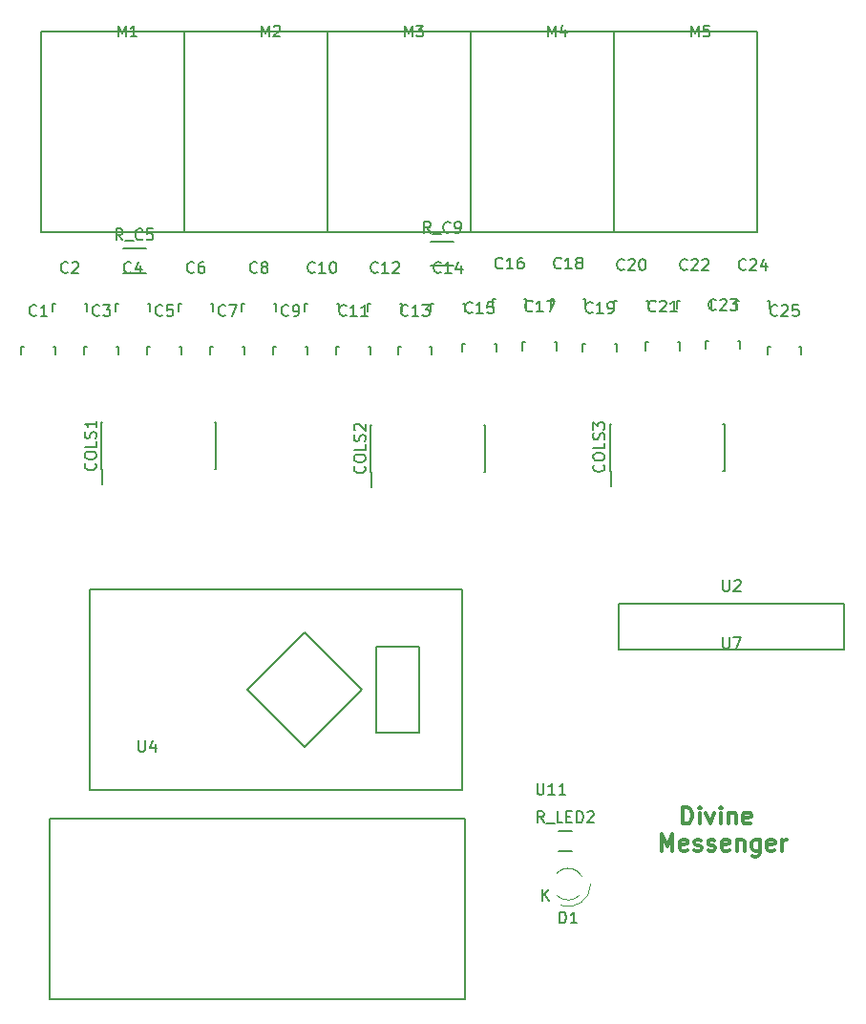
<source format=gbr>
G04 #@! TF.FileFunction,Legend,Top*
%FSLAX46Y46*%
G04 Gerber Fmt 4.6, Leading zero omitted, Abs format (unit mm)*
G04 Created by KiCad (PCBNEW 4.0.2+dfsg1-stable) date Pi  3. máj 2019, 19:30:47 CEST*
%MOMM*%
G01*
G04 APERTURE LIST*
%ADD10C,0.100000*%
%ADD11C,0.300000*%
%ADD12C,0.150000*%
G04 APERTURE END LIST*
D10*
D11*
X176260572Y-124192571D02*
X176260572Y-122692571D01*
X176617715Y-122692571D01*
X176832000Y-122764000D01*
X176974858Y-122906857D01*
X177046286Y-123049714D01*
X177117715Y-123335429D01*
X177117715Y-123549714D01*
X177046286Y-123835429D01*
X176974858Y-123978286D01*
X176832000Y-124121143D01*
X176617715Y-124192571D01*
X176260572Y-124192571D01*
X177760572Y-124192571D02*
X177760572Y-123192571D01*
X177760572Y-122692571D02*
X177689143Y-122764000D01*
X177760572Y-122835429D01*
X177832000Y-122764000D01*
X177760572Y-122692571D01*
X177760572Y-122835429D01*
X178332001Y-123192571D02*
X178689144Y-124192571D01*
X179046286Y-123192571D01*
X179617715Y-124192571D02*
X179617715Y-123192571D01*
X179617715Y-122692571D02*
X179546286Y-122764000D01*
X179617715Y-122835429D01*
X179689143Y-122764000D01*
X179617715Y-122692571D01*
X179617715Y-122835429D01*
X180332001Y-123192571D02*
X180332001Y-124192571D01*
X180332001Y-123335429D02*
X180403429Y-123264000D01*
X180546287Y-123192571D01*
X180760572Y-123192571D01*
X180903429Y-123264000D01*
X180974858Y-123406857D01*
X180974858Y-124192571D01*
X182260572Y-124121143D02*
X182117715Y-124192571D01*
X181832001Y-124192571D01*
X181689144Y-124121143D01*
X181617715Y-123978286D01*
X181617715Y-123406857D01*
X181689144Y-123264000D01*
X181832001Y-123192571D01*
X182117715Y-123192571D01*
X182260572Y-123264000D01*
X182332001Y-123406857D01*
X182332001Y-123549714D01*
X181617715Y-123692571D01*
X174367715Y-126592571D02*
X174367715Y-125092571D01*
X174867715Y-126164000D01*
X175367715Y-125092571D01*
X175367715Y-126592571D01*
X176653429Y-126521143D02*
X176510572Y-126592571D01*
X176224858Y-126592571D01*
X176082001Y-126521143D01*
X176010572Y-126378286D01*
X176010572Y-125806857D01*
X176082001Y-125664000D01*
X176224858Y-125592571D01*
X176510572Y-125592571D01*
X176653429Y-125664000D01*
X176724858Y-125806857D01*
X176724858Y-125949714D01*
X176010572Y-126092571D01*
X177296286Y-126521143D02*
X177439143Y-126592571D01*
X177724858Y-126592571D01*
X177867715Y-126521143D01*
X177939143Y-126378286D01*
X177939143Y-126306857D01*
X177867715Y-126164000D01*
X177724858Y-126092571D01*
X177510572Y-126092571D01*
X177367715Y-126021143D01*
X177296286Y-125878286D01*
X177296286Y-125806857D01*
X177367715Y-125664000D01*
X177510572Y-125592571D01*
X177724858Y-125592571D01*
X177867715Y-125664000D01*
X178510572Y-126521143D02*
X178653429Y-126592571D01*
X178939144Y-126592571D01*
X179082001Y-126521143D01*
X179153429Y-126378286D01*
X179153429Y-126306857D01*
X179082001Y-126164000D01*
X178939144Y-126092571D01*
X178724858Y-126092571D01*
X178582001Y-126021143D01*
X178510572Y-125878286D01*
X178510572Y-125806857D01*
X178582001Y-125664000D01*
X178724858Y-125592571D01*
X178939144Y-125592571D01*
X179082001Y-125664000D01*
X180367715Y-126521143D02*
X180224858Y-126592571D01*
X179939144Y-126592571D01*
X179796287Y-126521143D01*
X179724858Y-126378286D01*
X179724858Y-125806857D01*
X179796287Y-125664000D01*
X179939144Y-125592571D01*
X180224858Y-125592571D01*
X180367715Y-125664000D01*
X180439144Y-125806857D01*
X180439144Y-125949714D01*
X179724858Y-126092571D01*
X181082001Y-125592571D02*
X181082001Y-126592571D01*
X181082001Y-125735429D02*
X181153429Y-125664000D01*
X181296287Y-125592571D01*
X181510572Y-125592571D01*
X181653429Y-125664000D01*
X181724858Y-125806857D01*
X181724858Y-126592571D01*
X183082001Y-125592571D02*
X183082001Y-126806857D01*
X183010572Y-126949714D01*
X182939144Y-127021143D01*
X182796287Y-127092571D01*
X182582001Y-127092571D01*
X182439144Y-127021143D01*
X183082001Y-126521143D02*
X182939144Y-126592571D01*
X182653430Y-126592571D01*
X182510572Y-126521143D01*
X182439144Y-126449714D01*
X182367715Y-126306857D01*
X182367715Y-125878286D01*
X182439144Y-125735429D01*
X182510572Y-125664000D01*
X182653430Y-125592571D01*
X182939144Y-125592571D01*
X183082001Y-125664000D01*
X184367715Y-126521143D02*
X184224858Y-126592571D01*
X183939144Y-126592571D01*
X183796287Y-126521143D01*
X183724858Y-126378286D01*
X183724858Y-125806857D01*
X183796287Y-125664000D01*
X183939144Y-125592571D01*
X184224858Y-125592571D01*
X184367715Y-125664000D01*
X184439144Y-125806857D01*
X184439144Y-125949714D01*
X183724858Y-126092571D01*
X185082001Y-126592571D02*
X185082001Y-125592571D01*
X185082001Y-125878286D02*
X185153429Y-125735429D01*
X185224858Y-125664000D01*
X185367715Y-125592571D01*
X185510572Y-125592571D01*
D12*
X170594000Y-104712000D02*
X190594000Y-104712000D01*
X180594000Y-108712000D02*
X170594000Y-108712000D01*
X170594000Y-108712000D02*
X170594000Y-104712000D01*
X190594000Y-104712000D02*
X190594000Y-108712000D01*
X190594000Y-108712000D02*
X180594000Y-108712000D01*
X132080000Y-71755000D02*
X144780000Y-71755000D01*
X132080000Y-53975000D02*
X144780000Y-53975000D01*
X144780000Y-53975000D02*
X144780000Y-71755000D01*
X132080000Y-71755000D02*
X132080000Y-53975000D01*
X119380000Y-71755000D02*
X132080000Y-71755000D01*
X119380000Y-53975000D02*
X132080000Y-53975000D01*
X132080000Y-53975000D02*
X132080000Y-71755000D01*
X119380000Y-71755000D02*
X119380000Y-53975000D01*
X175792180Y-78536800D02*
X175792180Y-77835760D01*
X175792180Y-77835760D02*
X176041100Y-77835760D01*
X178591160Y-77835760D02*
X178791820Y-77835760D01*
X178791820Y-77835760D02*
X178791820Y-78536800D01*
X164616180Y-78409800D02*
X164616180Y-77708760D01*
X164616180Y-77708760D02*
X164865100Y-77708760D01*
X167415160Y-77708760D02*
X167615820Y-77708760D01*
X167615820Y-77708760D02*
X167615820Y-78409800D01*
X156742180Y-82346800D02*
X156742180Y-81645760D01*
X156742180Y-81645760D02*
X156991100Y-81645760D01*
X159541160Y-81645760D02*
X159741820Y-81645760D01*
X159741820Y-81645760D02*
X159741820Y-82346800D01*
X166462000Y-126605000D02*
X165262000Y-126605000D01*
X165262000Y-124855000D02*
X166462000Y-124855000D01*
D10*
X165100000Y-130540000D02*
X165100000Y-130540000D01*
X165100000Y-128540000D02*
X165100000Y-128540000D01*
X167360074Y-128897960D02*
G75*
G03X165100000Y-128540000I-1260074J-642040D01*
G01*
X167009039Y-128456649D02*
G75*
G03X165100000Y-128540000I-909039J-1083351D01*
G01*
X165415960Y-131419385D02*
G75*
G03X168100000Y-129540000I684040J1879385D01*
G01*
X165153706Y-130590966D02*
G75*
G03X167100000Y-130540000I946294J1050966D01*
G01*
D12*
X169804000Y-92880000D02*
X169909000Y-92880000D01*
X169804000Y-88730000D02*
X169909000Y-88730000D01*
X179954000Y-88730000D02*
X179849000Y-88730000D01*
X179954000Y-92880000D02*
X179849000Y-92880000D01*
X169804000Y-92880000D02*
X169804000Y-88730000D01*
X179954000Y-92880000D02*
X179954000Y-88730000D01*
X169909000Y-92880000D02*
X169909000Y-94255000D01*
X148595000Y-93007000D02*
X148700000Y-93007000D01*
X148595000Y-88857000D02*
X148700000Y-88857000D01*
X158745000Y-88857000D02*
X158640000Y-88857000D01*
X158745000Y-93007000D02*
X158640000Y-93007000D01*
X148595000Y-93007000D02*
X148595000Y-88857000D01*
X158745000Y-93007000D02*
X158745000Y-88857000D01*
X148700000Y-93007000D02*
X148700000Y-94382000D01*
X124719000Y-92753000D02*
X124824000Y-92753000D01*
X124719000Y-88603000D02*
X124824000Y-88603000D01*
X134869000Y-88603000D02*
X134764000Y-88603000D01*
X134869000Y-92753000D02*
X134764000Y-92753000D01*
X124719000Y-92753000D02*
X124719000Y-88603000D01*
X134869000Y-92753000D02*
X134869000Y-88603000D01*
X124824000Y-92753000D02*
X124824000Y-94128000D01*
X183793180Y-82600800D02*
X183793180Y-81899760D01*
X183793180Y-81899760D02*
X184042100Y-81899760D01*
X186592160Y-81899760D02*
X186792820Y-81899760D01*
X186792820Y-81899760D02*
X186792820Y-82600800D01*
X117626180Y-82600800D02*
X117626180Y-81899760D01*
X117626180Y-81899760D02*
X117875100Y-81899760D01*
X120425160Y-81899760D02*
X120625820Y-81899760D01*
X120625820Y-81899760D02*
X120625820Y-82600800D01*
X180999180Y-78536800D02*
X180999180Y-77835760D01*
X180999180Y-77835760D02*
X181248100Y-77835760D01*
X183798160Y-77835760D02*
X183998820Y-77835760D01*
X183998820Y-77835760D02*
X183998820Y-78536800D01*
X178332180Y-82092800D02*
X178332180Y-81391760D01*
X178332180Y-81391760D02*
X178581100Y-81391760D01*
X181131160Y-81391760D02*
X181331820Y-81391760D01*
X181331820Y-81391760D02*
X181331820Y-82092800D01*
X162076180Y-82219800D02*
X162076180Y-81518760D01*
X162076180Y-81518760D02*
X162325100Y-81518760D01*
X164875160Y-81518760D02*
X165075820Y-81518760D01*
X165075820Y-81518760D02*
X165075820Y-82219800D01*
X153948180Y-78790800D02*
X153948180Y-78089760D01*
X153948180Y-78089760D02*
X154197100Y-78089760D01*
X156747160Y-78089760D02*
X156947820Y-78089760D01*
X156947820Y-78089760D02*
X156947820Y-78790800D01*
X151027180Y-82600800D02*
X151027180Y-81899760D01*
X151027180Y-81899760D02*
X151276100Y-81899760D01*
X153826160Y-81899760D02*
X154026820Y-81899760D01*
X154026820Y-81899760D02*
X154026820Y-82600800D01*
X148360180Y-78790800D02*
X148360180Y-78089760D01*
X148360180Y-78089760D02*
X148609100Y-78089760D01*
X151159160Y-78089760D02*
X151359820Y-78089760D01*
X151359820Y-78089760D02*
X151359820Y-78790800D01*
X145566180Y-82600800D02*
X145566180Y-81899760D01*
X145566180Y-81899760D02*
X145815100Y-81899760D01*
X148365160Y-81899760D02*
X148565820Y-81899760D01*
X148565820Y-81899760D02*
X148565820Y-82600800D01*
X142772180Y-78790800D02*
X142772180Y-78089760D01*
X142772180Y-78089760D02*
X143021100Y-78089760D01*
X145571160Y-78089760D02*
X145771820Y-78089760D01*
X145771820Y-78089760D02*
X145771820Y-78790800D01*
X139978180Y-82600800D02*
X139978180Y-81899760D01*
X139978180Y-81899760D02*
X140227100Y-81899760D01*
X142777160Y-81899760D02*
X142977820Y-81899760D01*
X142977820Y-81899760D02*
X142977820Y-82600800D01*
X137184180Y-78790800D02*
X137184180Y-78089760D01*
X137184180Y-78089760D02*
X137433100Y-78089760D01*
X139983160Y-78089760D02*
X140183820Y-78089760D01*
X140183820Y-78089760D02*
X140183820Y-78790800D01*
X134390180Y-82600800D02*
X134390180Y-81899760D01*
X134390180Y-81899760D02*
X134639100Y-81899760D01*
X137189160Y-81899760D02*
X137389820Y-81899760D01*
X137389820Y-81899760D02*
X137389820Y-82600800D01*
X128802180Y-82600800D02*
X128802180Y-81899760D01*
X128802180Y-81899760D02*
X129051100Y-81899760D01*
X131601160Y-81899760D02*
X131801820Y-81899760D01*
X131801820Y-81899760D02*
X131801820Y-82600800D01*
X126008180Y-78790800D02*
X126008180Y-78089760D01*
X126008180Y-78089760D02*
X126257100Y-78089760D01*
X128807160Y-78089760D02*
X129007820Y-78089760D01*
X129007820Y-78089760D02*
X129007820Y-78790800D01*
X123214180Y-82600800D02*
X123214180Y-81899760D01*
X123214180Y-81899760D02*
X123463100Y-81899760D01*
X126013160Y-81899760D02*
X126213820Y-81899760D01*
X126213820Y-81899760D02*
X126213820Y-82600800D01*
X120420180Y-78790800D02*
X120420180Y-78089760D01*
X120420180Y-78089760D02*
X120669100Y-78089760D01*
X123219160Y-78089760D02*
X123419820Y-78089760D01*
X123419820Y-78089760D02*
X123419820Y-78790800D01*
X131596180Y-78790800D02*
X131596180Y-78089760D01*
X131596180Y-78089760D02*
X131845100Y-78089760D01*
X134395160Y-78089760D02*
X134595820Y-78089760D01*
X134595820Y-78089760D02*
X134595820Y-78790800D01*
X172998180Y-82219800D02*
X172998180Y-81518760D01*
X172998180Y-81518760D02*
X173247100Y-81518760D01*
X175797160Y-81518760D02*
X175997820Y-81518760D01*
X175997820Y-81518760D02*
X175997820Y-82219800D01*
X170204180Y-78536800D02*
X170204180Y-77835760D01*
X170204180Y-77835760D02*
X170453100Y-77835760D01*
X173003160Y-77835760D02*
X173203820Y-77835760D01*
X173203820Y-77835760D02*
X173203820Y-78536800D01*
X170180000Y-71755000D02*
X182880000Y-71755000D01*
X170180000Y-53975000D02*
X182880000Y-53975000D01*
X182880000Y-53975000D02*
X182880000Y-71755000D01*
X170180000Y-71755000D02*
X170180000Y-53975000D01*
X144780000Y-71755000D02*
X157480000Y-71755000D01*
X144780000Y-53975000D02*
X157480000Y-53975000D01*
X157480000Y-53975000D02*
X157480000Y-71755000D01*
X144780000Y-71755000D02*
X144780000Y-53975000D01*
X157480000Y-71755000D02*
X170180000Y-71755000D01*
X157480000Y-53975000D02*
X170180000Y-53975000D01*
X170180000Y-53975000D02*
X170180000Y-71755000D01*
X157480000Y-71755000D02*
X157480000Y-53975000D01*
X159409180Y-78409800D02*
X159409180Y-77708760D01*
X159409180Y-77708760D02*
X159658100Y-77708760D01*
X162208160Y-77708760D02*
X162408820Y-77708760D01*
X162408820Y-77708760D02*
X162408820Y-78409800D01*
X167410180Y-82346800D02*
X167410180Y-81645760D01*
X167410180Y-81645760D02*
X167659100Y-81645760D01*
X170209160Y-81645760D02*
X170409820Y-81645760D01*
X170409820Y-81645760D02*
X170409820Y-82346800D01*
X155940000Y-74735000D02*
X153940000Y-74735000D01*
X153940000Y-72585000D02*
X155940000Y-72585000D01*
X128635000Y-75370000D02*
X126635000Y-75370000D01*
X126635000Y-73220000D02*
X128635000Y-73220000D01*
X138938000Y-110998000D02*
X137668000Y-112268000D01*
X137668000Y-112268000D02*
X142748000Y-117348000D01*
X142748000Y-117348000D02*
X147828000Y-112268000D01*
X147828000Y-112268000D02*
X142748000Y-107188000D01*
X142748000Y-107188000D02*
X138938000Y-110998000D01*
X152908000Y-116078000D02*
X149098000Y-116078000D01*
X149098000Y-116078000D02*
X149098000Y-108458000D01*
X149098000Y-108458000D02*
X150368000Y-108458000D01*
X152908000Y-116078000D02*
X152908000Y-108458000D01*
X152908000Y-108458000D02*
X150368000Y-108458000D01*
X123698000Y-103378000D02*
X123698000Y-121158000D01*
X123698000Y-121158000D02*
X156718000Y-121158000D01*
X156718000Y-121158000D02*
X156718000Y-103378000D01*
X156718000Y-103378000D02*
X123698000Y-103378000D01*
X120142000Y-123698000D02*
X120142000Y-139700000D01*
X156972000Y-138938000D02*
X156972000Y-139700000D01*
X156972000Y-139700000D02*
X120142000Y-139700000D01*
X120142000Y-123698000D02*
X156972000Y-123698000D01*
X156972000Y-123698000D02*
X156972000Y-138938000D01*
X179832095Y-107664381D02*
X179832095Y-108473905D01*
X179879714Y-108569143D01*
X179927333Y-108616762D01*
X180022571Y-108664381D01*
X180213048Y-108664381D01*
X180308286Y-108616762D01*
X180355905Y-108569143D01*
X180403524Y-108473905D01*
X180403524Y-107664381D01*
X180784476Y-107664381D02*
X181451143Y-107664381D01*
X181022571Y-108664381D01*
X179832095Y-102568381D02*
X179832095Y-103377905D01*
X179879714Y-103473143D01*
X179927333Y-103520762D01*
X180022571Y-103568381D01*
X180213048Y-103568381D01*
X180308286Y-103520762D01*
X180355905Y-103473143D01*
X180403524Y-103377905D01*
X180403524Y-102568381D01*
X180832095Y-102663619D02*
X180879714Y-102616000D01*
X180974952Y-102568381D01*
X181213048Y-102568381D01*
X181308286Y-102616000D01*
X181355905Y-102663619D01*
X181403524Y-102758857D01*
X181403524Y-102854095D01*
X181355905Y-102996952D01*
X180784476Y-103568381D01*
X181403524Y-103568381D01*
X138890476Y-54427381D02*
X138890476Y-53427381D01*
X139223810Y-54141667D01*
X139557143Y-53427381D01*
X139557143Y-54427381D01*
X139985714Y-53522619D02*
X140033333Y-53475000D01*
X140128571Y-53427381D01*
X140366667Y-53427381D01*
X140461905Y-53475000D01*
X140509524Y-53522619D01*
X140557143Y-53617857D01*
X140557143Y-53713095D01*
X140509524Y-53855952D01*
X139938095Y-54427381D01*
X140557143Y-54427381D01*
X126190476Y-54427381D02*
X126190476Y-53427381D01*
X126523810Y-54141667D01*
X126857143Y-53427381D01*
X126857143Y-54427381D01*
X127857143Y-54427381D02*
X127285714Y-54427381D01*
X127571428Y-54427381D02*
X127571428Y-53427381D01*
X127476190Y-53570238D01*
X127380952Y-53665476D01*
X127285714Y-53713095D01*
X176649143Y-75033143D02*
X176601524Y-75080762D01*
X176458667Y-75128381D01*
X176363429Y-75128381D01*
X176220571Y-75080762D01*
X176125333Y-74985524D01*
X176077714Y-74890286D01*
X176030095Y-74699810D01*
X176030095Y-74556952D01*
X176077714Y-74366476D01*
X176125333Y-74271238D01*
X176220571Y-74176000D01*
X176363429Y-74128381D01*
X176458667Y-74128381D01*
X176601524Y-74176000D01*
X176649143Y-74223619D01*
X177030095Y-74223619D02*
X177077714Y-74176000D01*
X177172952Y-74128381D01*
X177411048Y-74128381D01*
X177506286Y-74176000D01*
X177553905Y-74223619D01*
X177601524Y-74318857D01*
X177601524Y-74414095D01*
X177553905Y-74556952D01*
X176982476Y-75128381D01*
X177601524Y-75128381D01*
X177982476Y-74223619D02*
X178030095Y-74176000D01*
X178125333Y-74128381D01*
X178363429Y-74128381D01*
X178458667Y-74176000D01*
X178506286Y-74223619D01*
X178553905Y-74318857D01*
X178553905Y-74414095D01*
X178506286Y-74556952D01*
X177934857Y-75128381D01*
X178553905Y-75128381D01*
X165473143Y-74906143D02*
X165425524Y-74953762D01*
X165282667Y-75001381D01*
X165187429Y-75001381D01*
X165044571Y-74953762D01*
X164949333Y-74858524D01*
X164901714Y-74763286D01*
X164854095Y-74572810D01*
X164854095Y-74429952D01*
X164901714Y-74239476D01*
X164949333Y-74144238D01*
X165044571Y-74049000D01*
X165187429Y-74001381D01*
X165282667Y-74001381D01*
X165425524Y-74049000D01*
X165473143Y-74096619D01*
X166425524Y-75001381D02*
X165854095Y-75001381D01*
X166139809Y-75001381D02*
X166139809Y-74001381D01*
X166044571Y-74144238D01*
X165949333Y-74239476D01*
X165854095Y-74287095D01*
X166996952Y-74429952D02*
X166901714Y-74382333D01*
X166854095Y-74334714D01*
X166806476Y-74239476D01*
X166806476Y-74191857D01*
X166854095Y-74096619D01*
X166901714Y-74049000D01*
X166996952Y-74001381D01*
X167187429Y-74001381D01*
X167282667Y-74049000D01*
X167330286Y-74096619D01*
X167377905Y-74191857D01*
X167377905Y-74239476D01*
X167330286Y-74334714D01*
X167282667Y-74382333D01*
X167187429Y-74429952D01*
X166996952Y-74429952D01*
X166901714Y-74477571D01*
X166854095Y-74525190D01*
X166806476Y-74620429D01*
X166806476Y-74810905D01*
X166854095Y-74906143D01*
X166901714Y-74953762D01*
X166996952Y-75001381D01*
X167187429Y-75001381D01*
X167282667Y-74953762D01*
X167330286Y-74906143D01*
X167377905Y-74810905D01*
X167377905Y-74620429D01*
X167330286Y-74525190D01*
X167282667Y-74477571D01*
X167187429Y-74429952D01*
X157599143Y-78843143D02*
X157551524Y-78890762D01*
X157408667Y-78938381D01*
X157313429Y-78938381D01*
X157170571Y-78890762D01*
X157075333Y-78795524D01*
X157027714Y-78700286D01*
X156980095Y-78509810D01*
X156980095Y-78366952D01*
X157027714Y-78176476D01*
X157075333Y-78081238D01*
X157170571Y-77986000D01*
X157313429Y-77938381D01*
X157408667Y-77938381D01*
X157551524Y-77986000D01*
X157599143Y-78033619D01*
X158551524Y-78938381D02*
X157980095Y-78938381D01*
X158265809Y-78938381D02*
X158265809Y-77938381D01*
X158170571Y-78081238D01*
X158075333Y-78176476D01*
X157980095Y-78224095D01*
X159456286Y-77938381D02*
X158980095Y-77938381D01*
X158932476Y-78414571D01*
X158980095Y-78366952D01*
X159075333Y-78319333D01*
X159313429Y-78319333D01*
X159408667Y-78366952D01*
X159456286Y-78414571D01*
X159503905Y-78509810D01*
X159503905Y-78747905D01*
X159456286Y-78843143D01*
X159408667Y-78890762D01*
X159313429Y-78938381D01*
X159075333Y-78938381D01*
X158980095Y-78890762D01*
X158932476Y-78843143D01*
X163957238Y-124082381D02*
X163623904Y-123606190D01*
X163385809Y-124082381D02*
X163385809Y-123082381D01*
X163766762Y-123082381D01*
X163862000Y-123130000D01*
X163909619Y-123177619D01*
X163957238Y-123272857D01*
X163957238Y-123415714D01*
X163909619Y-123510952D01*
X163862000Y-123558571D01*
X163766762Y-123606190D01*
X163385809Y-123606190D01*
X164147714Y-124177619D02*
X164909619Y-124177619D01*
X165623905Y-124082381D02*
X165147714Y-124082381D01*
X165147714Y-123082381D01*
X165957238Y-123558571D02*
X166290572Y-123558571D01*
X166433429Y-124082381D02*
X165957238Y-124082381D01*
X165957238Y-123082381D01*
X166433429Y-123082381D01*
X166862000Y-124082381D02*
X166862000Y-123082381D01*
X167100095Y-123082381D01*
X167242953Y-123130000D01*
X167338191Y-123225238D01*
X167385810Y-123320476D01*
X167433429Y-123510952D01*
X167433429Y-123653810D01*
X167385810Y-123844286D01*
X167338191Y-123939524D01*
X167242953Y-124034762D01*
X167100095Y-124082381D01*
X166862000Y-124082381D01*
X167814381Y-123177619D02*
X167862000Y-123130000D01*
X167957238Y-123082381D01*
X168195334Y-123082381D01*
X168290572Y-123130000D01*
X168338191Y-123177619D01*
X168385810Y-123272857D01*
X168385810Y-123368095D01*
X168338191Y-123510952D01*
X167766762Y-124082381D01*
X168385810Y-124082381D01*
X165361905Y-132992381D02*
X165361905Y-131992381D01*
X165600000Y-131992381D01*
X165742858Y-132040000D01*
X165838096Y-132135238D01*
X165885715Y-132230476D01*
X165933334Y-132420952D01*
X165933334Y-132563810D01*
X165885715Y-132754286D01*
X165838096Y-132849524D01*
X165742858Y-132944762D01*
X165600000Y-132992381D01*
X165361905Y-132992381D01*
X166885715Y-132992381D02*
X166314286Y-132992381D01*
X166600000Y-132992381D02*
X166600000Y-131992381D01*
X166504762Y-132135238D01*
X166409524Y-132230476D01*
X166314286Y-132278095D01*
X163838095Y-130992381D02*
X163838095Y-129992381D01*
X164409524Y-130992381D02*
X163980952Y-130420952D01*
X164409524Y-129992381D02*
X163838095Y-130563810D01*
X169236143Y-92376428D02*
X169283762Y-92424047D01*
X169331381Y-92566904D01*
X169331381Y-92662142D01*
X169283762Y-92805000D01*
X169188524Y-92900238D01*
X169093286Y-92947857D01*
X168902810Y-92995476D01*
X168759952Y-92995476D01*
X168569476Y-92947857D01*
X168474238Y-92900238D01*
X168379000Y-92805000D01*
X168331381Y-92662142D01*
X168331381Y-92566904D01*
X168379000Y-92424047D01*
X168426619Y-92376428D01*
X168331381Y-91757381D02*
X168331381Y-91566904D01*
X168379000Y-91471666D01*
X168474238Y-91376428D01*
X168664714Y-91328809D01*
X168998048Y-91328809D01*
X169188524Y-91376428D01*
X169283762Y-91471666D01*
X169331381Y-91566904D01*
X169331381Y-91757381D01*
X169283762Y-91852619D01*
X169188524Y-91947857D01*
X168998048Y-91995476D01*
X168664714Y-91995476D01*
X168474238Y-91947857D01*
X168379000Y-91852619D01*
X168331381Y-91757381D01*
X169331381Y-90424047D02*
X169331381Y-90900238D01*
X168331381Y-90900238D01*
X169283762Y-90138333D02*
X169331381Y-89995476D01*
X169331381Y-89757380D01*
X169283762Y-89662142D01*
X169236143Y-89614523D01*
X169140905Y-89566904D01*
X169045667Y-89566904D01*
X168950429Y-89614523D01*
X168902810Y-89662142D01*
X168855190Y-89757380D01*
X168807571Y-89947857D01*
X168759952Y-90043095D01*
X168712333Y-90090714D01*
X168617095Y-90138333D01*
X168521857Y-90138333D01*
X168426619Y-90090714D01*
X168379000Y-90043095D01*
X168331381Y-89947857D01*
X168331381Y-89709761D01*
X168379000Y-89566904D01*
X168331381Y-89233571D02*
X168331381Y-88614523D01*
X168712333Y-88947857D01*
X168712333Y-88804999D01*
X168759952Y-88709761D01*
X168807571Y-88662142D01*
X168902810Y-88614523D01*
X169140905Y-88614523D01*
X169236143Y-88662142D01*
X169283762Y-88709761D01*
X169331381Y-88804999D01*
X169331381Y-89090714D01*
X169283762Y-89185952D01*
X169236143Y-89233571D01*
X148027143Y-92503428D02*
X148074762Y-92551047D01*
X148122381Y-92693904D01*
X148122381Y-92789142D01*
X148074762Y-92932000D01*
X147979524Y-93027238D01*
X147884286Y-93074857D01*
X147693810Y-93122476D01*
X147550952Y-93122476D01*
X147360476Y-93074857D01*
X147265238Y-93027238D01*
X147170000Y-92932000D01*
X147122381Y-92789142D01*
X147122381Y-92693904D01*
X147170000Y-92551047D01*
X147217619Y-92503428D01*
X147122381Y-91884381D02*
X147122381Y-91693904D01*
X147170000Y-91598666D01*
X147265238Y-91503428D01*
X147455714Y-91455809D01*
X147789048Y-91455809D01*
X147979524Y-91503428D01*
X148074762Y-91598666D01*
X148122381Y-91693904D01*
X148122381Y-91884381D01*
X148074762Y-91979619D01*
X147979524Y-92074857D01*
X147789048Y-92122476D01*
X147455714Y-92122476D01*
X147265238Y-92074857D01*
X147170000Y-91979619D01*
X147122381Y-91884381D01*
X148122381Y-90551047D02*
X148122381Y-91027238D01*
X147122381Y-91027238D01*
X148074762Y-90265333D02*
X148122381Y-90122476D01*
X148122381Y-89884380D01*
X148074762Y-89789142D01*
X148027143Y-89741523D01*
X147931905Y-89693904D01*
X147836667Y-89693904D01*
X147741429Y-89741523D01*
X147693810Y-89789142D01*
X147646190Y-89884380D01*
X147598571Y-90074857D01*
X147550952Y-90170095D01*
X147503333Y-90217714D01*
X147408095Y-90265333D01*
X147312857Y-90265333D01*
X147217619Y-90217714D01*
X147170000Y-90170095D01*
X147122381Y-90074857D01*
X147122381Y-89836761D01*
X147170000Y-89693904D01*
X147217619Y-89312952D02*
X147170000Y-89265333D01*
X147122381Y-89170095D01*
X147122381Y-88931999D01*
X147170000Y-88836761D01*
X147217619Y-88789142D01*
X147312857Y-88741523D01*
X147408095Y-88741523D01*
X147550952Y-88789142D01*
X148122381Y-89360571D01*
X148122381Y-88741523D01*
X124151143Y-92249428D02*
X124198762Y-92297047D01*
X124246381Y-92439904D01*
X124246381Y-92535142D01*
X124198762Y-92678000D01*
X124103524Y-92773238D01*
X124008286Y-92820857D01*
X123817810Y-92868476D01*
X123674952Y-92868476D01*
X123484476Y-92820857D01*
X123389238Y-92773238D01*
X123294000Y-92678000D01*
X123246381Y-92535142D01*
X123246381Y-92439904D01*
X123294000Y-92297047D01*
X123341619Y-92249428D01*
X123246381Y-91630381D02*
X123246381Y-91439904D01*
X123294000Y-91344666D01*
X123389238Y-91249428D01*
X123579714Y-91201809D01*
X123913048Y-91201809D01*
X124103524Y-91249428D01*
X124198762Y-91344666D01*
X124246381Y-91439904D01*
X124246381Y-91630381D01*
X124198762Y-91725619D01*
X124103524Y-91820857D01*
X123913048Y-91868476D01*
X123579714Y-91868476D01*
X123389238Y-91820857D01*
X123294000Y-91725619D01*
X123246381Y-91630381D01*
X124246381Y-90297047D02*
X124246381Y-90773238D01*
X123246381Y-90773238D01*
X124198762Y-90011333D02*
X124246381Y-89868476D01*
X124246381Y-89630380D01*
X124198762Y-89535142D01*
X124151143Y-89487523D01*
X124055905Y-89439904D01*
X123960667Y-89439904D01*
X123865429Y-89487523D01*
X123817810Y-89535142D01*
X123770190Y-89630380D01*
X123722571Y-89820857D01*
X123674952Y-89916095D01*
X123627333Y-89963714D01*
X123532095Y-90011333D01*
X123436857Y-90011333D01*
X123341619Y-89963714D01*
X123294000Y-89916095D01*
X123246381Y-89820857D01*
X123246381Y-89582761D01*
X123294000Y-89439904D01*
X124246381Y-88487523D02*
X124246381Y-89058952D01*
X124246381Y-88773238D02*
X123246381Y-88773238D01*
X123389238Y-88868476D01*
X123484476Y-88963714D01*
X123532095Y-89058952D01*
X184650143Y-79097143D02*
X184602524Y-79144762D01*
X184459667Y-79192381D01*
X184364429Y-79192381D01*
X184221571Y-79144762D01*
X184126333Y-79049524D01*
X184078714Y-78954286D01*
X184031095Y-78763810D01*
X184031095Y-78620952D01*
X184078714Y-78430476D01*
X184126333Y-78335238D01*
X184221571Y-78240000D01*
X184364429Y-78192381D01*
X184459667Y-78192381D01*
X184602524Y-78240000D01*
X184650143Y-78287619D01*
X185031095Y-78287619D02*
X185078714Y-78240000D01*
X185173952Y-78192381D01*
X185412048Y-78192381D01*
X185507286Y-78240000D01*
X185554905Y-78287619D01*
X185602524Y-78382857D01*
X185602524Y-78478095D01*
X185554905Y-78620952D01*
X184983476Y-79192381D01*
X185602524Y-79192381D01*
X186507286Y-78192381D02*
X186031095Y-78192381D01*
X185983476Y-78668571D01*
X186031095Y-78620952D01*
X186126333Y-78573333D01*
X186364429Y-78573333D01*
X186459667Y-78620952D01*
X186507286Y-78668571D01*
X186554905Y-78763810D01*
X186554905Y-79001905D01*
X186507286Y-79097143D01*
X186459667Y-79144762D01*
X186364429Y-79192381D01*
X186126333Y-79192381D01*
X186031095Y-79144762D01*
X185983476Y-79097143D01*
X118959334Y-79097143D02*
X118911715Y-79144762D01*
X118768858Y-79192381D01*
X118673620Y-79192381D01*
X118530762Y-79144762D01*
X118435524Y-79049524D01*
X118387905Y-78954286D01*
X118340286Y-78763810D01*
X118340286Y-78620952D01*
X118387905Y-78430476D01*
X118435524Y-78335238D01*
X118530762Y-78240000D01*
X118673620Y-78192381D01*
X118768858Y-78192381D01*
X118911715Y-78240000D01*
X118959334Y-78287619D01*
X119911715Y-79192381D02*
X119340286Y-79192381D01*
X119626000Y-79192381D02*
X119626000Y-78192381D01*
X119530762Y-78335238D01*
X119435524Y-78430476D01*
X119340286Y-78478095D01*
X181856143Y-75033143D02*
X181808524Y-75080762D01*
X181665667Y-75128381D01*
X181570429Y-75128381D01*
X181427571Y-75080762D01*
X181332333Y-74985524D01*
X181284714Y-74890286D01*
X181237095Y-74699810D01*
X181237095Y-74556952D01*
X181284714Y-74366476D01*
X181332333Y-74271238D01*
X181427571Y-74176000D01*
X181570429Y-74128381D01*
X181665667Y-74128381D01*
X181808524Y-74176000D01*
X181856143Y-74223619D01*
X182237095Y-74223619D02*
X182284714Y-74176000D01*
X182379952Y-74128381D01*
X182618048Y-74128381D01*
X182713286Y-74176000D01*
X182760905Y-74223619D01*
X182808524Y-74318857D01*
X182808524Y-74414095D01*
X182760905Y-74556952D01*
X182189476Y-75128381D01*
X182808524Y-75128381D01*
X183665667Y-74461714D02*
X183665667Y-75128381D01*
X183427571Y-74080762D02*
X183189476Y-74795048D01*
X183808524Y-74795048D01*
X179189143Y-78589143D02*
X179141524Y-78636762D01*
X178998667Y-78684381D01*
X178903429Y-78684381D01*
X178760571Y-78636762D01*
X178665333Y-78541524D01*
X178617714Y-78446286D01*
X178570095Y-78255810D01*
X178570095Y-78112952D01*
X178617714Y-77922476D01*
X178665333Y-77827238D01*
X178760571Y-77732000D01*
X178903429Y-77684381D01*
X178998667Y-77684381D01*
X179141524Y-77732000D01*
X179189143Y-77779619D01*
X179570095Y-77779619D02*
X179617714Y-77732000D01*
X179712952Y-77684381D01*
X179951048Y-77684381D01*
X180046286Y-77732000D01*
X180093905Y-77779619D01*
X180141524Y-77874857D01*
X180141524Y-77970095D01*
X180093905Y-78112952D01*
X179522476Y-78684381D01*
X180141524Y-78684381D01*
X180474857Y-77684381D02*
X181093905Y-77684381D01*
X180760571Y-78065333D01*
X180903429Y-78065333D01*
X180998667Y-78112952D01*
X181046286Y-78160571D01*
X181093905Y-78255810D01*
X181093905Y-78493905D01*
X181046286Y-78589143D01*
X180998667Y-78636762D01*
X180903429Y-78684381D01*
X180617714Y-78684381D01*
X180522476Y-78636762D01*
X180474857Y-78589143D01*
X162933143Y-78716143D02*
X162885524Y-78763762D01*
X162742667Y-78811381D01*
X162647429Y-78811381D01*
X162504571Y-78763762D01*
X162409333Y-78668524D01*
X162361714Y-78573286D01*
X162314095Y-78382810D01*
X162314095Y-78239952D01*
X162361714Y-78049476D01*
X162409333Y-77954238D01*
X162504571Y-77859000D01*
X162647429Y-77811381D01*
X162742667Y-77811381D01*
X162885524Y-77859000D01*
X162933143Y-77906619D01*
X163885524Y-78811381D02*
X163314095Y-78811381D01*
X163599809Y-78811381D02*
X163599809Y-77811381D01*
X163504571Y-77954238D01*
X163409333Y-78049476D01*
X163314095Y-78097095D01*
X164218857Y-77811381D02*
X164885524Y-77811381D01*
X164456952Y-78811381D01*
X154805143Y-75287143D02*
X154757524Y-75334762D01*
X154614667Y-75382381D01*
X154519429Y-75382381D01*
X154376571Y-75334762D01*
X154281333Y-75239524D01*
X154233714Y-75144286D01*
X154186095Y-74953810D01*
X154186095Y-74810952D01*
X154233714Y-74620476D01*
X154281333Y-74525238D01*
X154376571Y-74430000D01*
X154519429Y-74382381D01*
X154614667Y-74382381D01*
X154757524Y-74430000D01*
X154805143Y-74477619D01*
X155757524Y-75382381D02*
X155186095Y-75382381D01*
X155471809Y-75382381D02*
X155471809Y-74382381D01*
X155376571Y-74525238D01*
X155281333Y-74620476D01*
X155186095Y-74668095D01*
X156614667Y-74715714D02*
X156614667Y-75382381D01*
X156376571Y-74334762D02*
X156138476Y-75049048D01*
X156757524Y-75049048D01*
X151884143Y-79097143D02*
X151836524Y-79144762D01*
X151693667Y-79192381D01*
X151598429Y-79192381D01*
X151455571Y-79144762D01*
X151360333Y-79049524D01*
X151312714Y-78954286D01*
X151265095Y-78763810D01*
X151265095Y-78620952D01*
X151312714Y-78430476D01*
X151360333Y-78335238D01*
X151455571Y-78240000D01*
X151598429Y-78192381D01*
X151693667Y-78192381D01*
X151836524Y-78240000D01*
X151884143Y-78287619D01*
X152836524Y-79192381D02*
X152265095Y-79192381D01*
X152550809Y-79192381D02*
X152550809Y-78192381D01*
X152455571Y-78335238D01*
X152360333Y-78430476D01*
X152265095Y-78478095D01*
X153169857Y-78192381D02*
X153788905Y-78192381D01*
X153455571Y-78573333D01*
X153598429Y-78573333D01*
X153693667Y-78620952D01*
X153741286Y-78668571D01*
X153788905Y-78763810D01*
X153788905Y-79001905D01*
X153741286Y-79097143D01*
X153693667Y-79144762D01*
X153598429Y-79192381D01*
X153312714Y-79192381D01*
X153217476Y-79144762D01*
X153169857Y-79097143D01*
X149217143Y-75287143D02*
X149169524Y-75334762D01*
X149026667Y-75382381D01*
X148931429Y-75382381D01*
X148788571Y-75334762D01*
X148693333Y-75239524D01*
X148645714Y-75144286D01*
X148598095Y-74953810D01*
X148598095Y-74810952D01*
X148645714Y-74620476D01*
X148693333Y-74525238D01*
X148788571Y-74430000D01*
X148931429Y-74382381D01*
X149026667Y-74382381D01*
X149169524Y-74430000D01*
X149217143Y-74477619D01*
X150169524Y-75382381D02*
X149598095Y-75382381D01*
X149883809Y-75382381D02*
X149883809Y-74382381D01*
X149788571Y-74525238D01*
X149693333Y-74620476D01*
X149598095Y-74668095D01*
X150550476Y-74477619D02*
X150598095Y-74430000D01*
X150693333Y-74382381D01*
X150931429Y-74382381D01*
X151026667Y-74430000D01*
X151074286Y-74477619D01*
X151121905Y-74572857D01*
X151121905Y-74668095D01*
X151074286Y-74810952D01*
X150502857Y-75382381D01*
X151121905Y-75382381D01*
X146423143Y-79097143D02*
X146375524Y-79144762D01*
X146232667Y-79192381D01*
X146137429Y-79192381D01*
X145994571Y-79144762D01*
X145899333Y-79049524D01*
X145851714Y-78954286D01*
X145804095Y-78763810D01*
X145804095Y-78620952D01*
X145851714Y-78430476D01*
X145899333Y-78335238D01*
X145994571Y-78240000D01*
X146137429Y-78192381D01*
X146232667Y-78192381D01*
X146375524Y-78240000D01*
X146423143Y-78287619D01*
X147375524Y-79192381D02*
X146804095Y-79192381D01*
X147089809Y-79192381D02*
X147089809Y-78192381D01*
X146994571Y-78335238D01*
X146899333Y-78430476D01*
X146804095Y-78478095D01*
X148327905Y-79192381D02*
X147756476Y-79192381D01*
X148042190Y-79192381D02*
X148042190Y-78192381D01*
X147946952Y-78335238D01*
X147851714Y-78430476D01*
X147756476Y-78478095D01*
X143629143Y-75287143D02*
X143581524Y-75334762D01*
X143438667Y-75382381D01*
X143343429Y-75382381D01*
X143200571Y-75334762D01*
X143105333Y-75239524D01*
X143057714Y-75144286D01*
X143010095Y-74953810D01*
X143010095Y-74810952D01*
X143057714Y-74620476D01*
X143105333Y-74525238D01*
X143200571Y-74430000D01*
X143343429Y-74382381D01*
X143438667Y-74382381D01*
X143581524Y-74430000D01*
X143629143Y-74477619D01*
X144581524Y-75382381D02*
X144010095Y-75382381D01*
X144295809Y-75382381D02*
X144295809Y-74382381D01*
X144200571Y-74525238D01*
X144105333Y-74620476D01*
X144010095Y-74668095D01*
X145200571Y-74382381D02*
X145295810Y-74382381D01*
X145391048Y-74430000D01*
X145438667Y-74477619D01*
X145486286Y-74572857D01*
X145533905Y-74763333D01*
X145533905Y-75001429D01*
X145486286Y-75191905D01*
X145438667Y-75287143D01*
X145391048Y-75334762D01*
X145295810Y-75382381D01*
X145200571Y-75382381D01*
X145105333Y-75334762D01*
X145057714Y-75287143D01*
X145010095Y-75191905D01*
X144962476Y-75001429D01*
X144962476Y-74763333D01*
X145010095Y-74572857D01*
X145057714Y-74477619D01*
X145105333Y-74430000D01*
X145200571Y-74382381D01*
X141311334Y-79097143D02*
X141263715Y-79144762D01*
X141120858Y-79192381D01*
X141025620Y-79192381D01*
X140882762Y-79144762D01*
X140787524Y-79049524D01*
X140739905Y-78954286D01*
X140692286Y-78763810D01*
X140692286Y-78620952D01*
X140739905Y-78430476D01*
X140787524Y-78335238D01*
X140882762Y-78240000D01*
X141025620Y-78192381D01*
X141120858Y-78192381D01*
X141263715Y-78240000D01*
X141311334Y-78287619D01*
X141787524Y-79192381D02*
X141978000Y-79192381D01*
X142073239Y-79144762D01*
X142120858Y-79097143D01*
X142216096Y-78954286D01*
X142263715Y-78763810D01*
X142263715Y-78382857D01*
X142216096Y-78287619D01*
X142168477Y-78240000D01*
X142073239Y-78192381D01*
X141882762Y-78192381D01*
X141787524Y-78240000D01*
X141739905Y-78287619D01*
X141692286Y-78382857D01*
X141692286Y-78620952D01*
X141739905Y-78716190D01*
X141787524Y-78763810D01*
X141882762Y-78811429D01*
X142073239Y-78811429D01*
X142168477Y-78763810D01*
X142216096Y-78716190D01*
X142263715Y-78620952D01*
X138517334Y-75287143D02*
X138469715Y-75334762D01*
X138326858Y-75382381D01*
X138231620Y-75382381D01*
X138088762Y-75334762D01*
X137993524Y-75239524D01*
X137945905Y-75144286D01*
X137898286Y-74953810D01*
X137898286Y-74810952D01*
X137945905Y-74620476D01*
X137993524Y-74525238D01*
X138088762Y-74430000D01*
X138231620Y-74382381D01*
X138326858Y-74382381D01*
X138469715Y-74430000D01*
X138517334Y-74477619D01*
X139088762Y-74810952D02*
X138993524Y-74763333D01*
X138945905Y-74715714D01*
X138898286Y-74620476D01*
X138898286Y-74572857D01*
X138945905Y-74477619D01*
X138993524Y-74430000D01*
X139088762Y-74382381D01*
X139279239Y-74382381D01*
X139374477Y-74430000D01*
X139422096Y-74477619D01*
X139469715Y-74572857D01*
X139469715Y-74620476D01*
X139422096Y-74715714D01*
X139374477Y-74763333D01*
X139279239Y-74810952D01*
X139088762Y-74810952D01*
X138993524Y-74858571D01*
X138945905Y-74906190D01*
X138898286Y-75001429D01*
X138898286Y-75191905D01*
X138945905Y-75287143D01*
X138993524Y-75334762D01*
X139088762Y-75382381D01*
X139279239Y-75382381D01*
X139374477Y-75334762D01*
X139422096Y-75287143D01*
X139469715Y-75191905D01*
X139469715Y-75001429D01*
X139422096Y-74906190D01*
X139374477Y-74858571D01*
X139279239Y-74810952D01*
X135723334Y-79097143D02*
X135675715Y-79144762D01*
X135532858Y-79192381D01*
X135437620Y-79192381D01*
X135294762Y-79144762D01*
X135199524Y-79049524D01*
X135151905Y-78954286D01*
X135104286Y-78763810D01*
X135104286Y-78620952D01*
X135151905Y-78430476D01*
X135199524Y-78335238D01*
X135294762Y-78240000D01*
X135437620Y-78192381D01*
X135532858Y-78192381D01*
X135675715Y-78240000D01*
X135723334Y-78287619D01*
X136056667Y-78192381D02*
X136723334Y-78192381D01*
X136294762Y-79192381D01*
X130135334Y-79097143D02*
X130087715Y-79144762D01*
X129944858Y-79192381D01*
X129849620Y-79192381D01*
X129706762Y-79144762D01*
X129611524Y-79049524D01*
X129563905Y-78954286D01*
X129516286Y-78763810D01*
X129516286Y-78620952D01*
X129563905Y-78430476D01*
X129611524Y-78335238D01*
X129706762Y-78240000D01*
X129849620Y-78192381D01*
X129944858Y-78192381D01*
X130087715Y-78240000D01*
X130135334Y-78287619D01*
X131040096Y-78192381D02*
X130563905Y-78192381D01*
X130516286Y-78668571D01*
X130563905Y-78620952D01*
X130659143Y-78573333D01*
X130897239Y-78573333D01*
X130992477Y-78620952D01*
X131040096Y-78668571D01*
X131087715Y-78763810D01*
X131087715Y-79001905D01*
X131040096Y-79097143D01*
X130992477Y-79144762D01*
X130897239Y-79192381D01*
X130659143Y-79192381D01*
X130563905Y-79144762D01*
X130516286Y-79097143D01*
X127341334Y-75287143D02*
X127293715Y-75334762D01*
X127150858Y-75382381D01*
X127055620Y-75382381D01*
X126912762Y-75334762D01*
X126817524Y-75239524D01*
X126769905Y-75144286D01*
X126722286Y-74953810D01*
X126722286Y-74810952D01*
X126769905Y-74620476D01*
X126817524Y-74525238D01*
X126912762Y-74430000D01*
X127055620Y-74382381D01*
X127150858Y-74382381D01*
X127293715Y-74430000D01*
X127341334Y-74477619D01*
X128198477Y-74715714D02*
X128198477Y-75382381D01*
X127960381Y-74334762D02*
X127722286Y-75049048D01*
X128341334Y-75049048D01*
X124547334Y-79097143D02*
X124499715Y-79144762D01*
X124356858Y-79192381D01*
X124261620Y-79192381D01*
X124118762Y-79144762D01*
X124023524Y-79049524D01*
X123975905Y-78954286D01*
X123928286Y-78763810D01*
X123928286Y-78620952D01*
X123975905Y-78430476D01*
X124023524Y-78335238D01*
X124118762Y-78240000D01*
X124261620Y-78192381D01*
X124356858Y-78192381D01*
X124499715Y-78240000D01*
X124547334Y-78287619D01*
X124880667Y-78192381D02*
X125499715Y-78192381D01*
X125166381Y-78573333D01*
X125309239Y-78573333D01*
X125404477Y-78620952D01*
X125452096Y-78668571D01*
X125499715Y-78763810D01*
X125499715Y-79001905D01*
X125452096Y-79097143D01*
X125404477Y-79144762D01*
X125309239Y-79192381D01*
X125023524Y-79192381D01*
X124928286Y-79144762D01*
X124880667Y-79097143D01*
X121753334Y-75287143D02*
X121705715Y-75334762D01*
X121562858Y-75382381D01*
X121467620Y-75382381D01*
X121324762Y-75334762D01*
X121229524Y-75239524D01*
X121181905Y-75144286D01*
X121134286Y-74953810D01*
X121134286Y-74810952D01*
X121181905Y-74620476D01*
X121229524Y-74525238D01*
X121324762Y-74430000D01*
X121467620Y-74382381D01*
X121562858Y-74382381D01*
X121705715Y-74430000D01*
X121753334Y-74477619D01*
X122134286Y-74477619D02*
X122181905Y-74430000D01*
X122277143Y-74382381D01*
X122515239Y-74382381D01*
X122610477Y-74430000D01*
X122658096Y-74477619D01*
X122705715Y-74572857D01*
X122705715Y-74668095D01*
X122658096Y-74810952D01*
X122086667Y-75382381D01*
X122705715Y-75382381D01*
X132929334Y-75287143D02*
X132881715Y-75334762D01*
X132738858Y-75382381D01*
X132643620Y-75382381D01*
X132500762Y-75334762D01*
X132405524Y-75239524D01*
X132357905Y-75144286D01*
X132310286Y-74953810D01*
X132310286Y-74810952D01*
X132357905Y-74620476D01*
X132405524Y-74525238D01*
X132500762Y-74430000D01*
X132643620Y-74382381D01*
X132738858Y-74382381D01*
X132881715Y-74430000D01*
X132929334Y-74477619D01*
X133786477Y-74382381D02*
X133596000Y-74382381D01*
X133500762Y-74430000D01*
X133453143Y-74477619D01*
X133357905Y-74620476D01*
X133310286Y-74810952D01*
X133310286Y-75191905D01*
X133357905Y-75287143D01*
X133405524Y-75334762D01*
X133500762Y-75382381D01*
X133691239Y-75382381D01*
X133786477Y-75334762D01*
X133834096Y-75287143D01*
X133881715Y-75191905D01*
X133881715Y-74953810D01*
X133834096Y-74858571D01*
X133786477Y-74810952D01*
X133691239Y-74763333D01*
X133500762Y-74763333D01*
X133405524Y-74810952D01*
X133357905Y-74858571D01*
X133310286Y-74953810D01*
X173855143Y-78716143D02*
X173807524Y-78763762D01*
X173664667Y-78811381D01*
X173569429Y-78811381D01*
X173426571Y-78763762D01*
X173331333Y-78668524D01*
X173283714Y-78573286D01*
X173236095Y-78382810D01*
X173236095Y-78239952D01*
X173283714Y-78049476D01*
X173331333Y-77954238D01*
X173426571Y-77859000D01*
X173569429Y-77811381D01*
X173664667Y-77811381D01*
X173807524Y-77859000D01*
X173855143Y-77906619D01*
X174236095Y-77906619D02*
X174283714Y-77859000D01*
X174378952Y-77811381D01*
X174617048Y-77811381D01*
X174712286Y-77859000D01*
X174759905Y-77906619D01*
X174807524Y-78001857D01*
X174807524Y-78097095D01*
X174759905Y-78239952D01*
X174188476Y-78811381D01*
X174807524Y-78811381D01*
X175759905Y-78811381D02*
X175188476Y-78811381D01*
X175474190Y-78811381D02*
X175474190Y-77811381D01*
X175378952Y-77954238D01*
X175283714Y-78049476D01*
X175188476Y-78097095D01*
X171061143Y-75033143D02*
X171013524Y-75080762D01*
X170870667Y-75128381D01*
X170775429Y-75128381D01*
X170632571Y-75080762D01*
X170537333Y-74985524D01*
X170489714Y-74890286D01*
X170442095Y-74699810D01*
X170442095Y-74556952D01*
X170489714Y-74366476D01*
X170537333Y-74271238D01*
X170632571Y-74176000D01*
X170775429Y-74128381D01*
X170870667Y-74128381D01*
X171013524Y-74176000D01*
X171061143Y-74223619D01*
X171442095Y-74223619D02*
X171489714Y-74176000D01*
X171584952Y-74128381D01*
X171823048Y-74128381D01*
X171918286Y-74176000D01*
X171965905Y-74223619D01*
X172013524Y-74318857D01*
X172013524Y-74414095D01*
X171965905Y-74556952D01*
X171394476Y-75128381D01*
X172013524Y-75128381D01*
X172632571Y-74128381D02*
X172727810Y-74128381D01*
X172823048Y-74176000D01*
X172870667Y-74223619D01*
X172918286Y-74318857D01*
X172965905Y-74509333D01*
X172965905Y-74747429D01*
X172918286Y-74937905D01*
X172870667Y-75033143D01*
X172823048Y-75080762D01*
X172727810Y-75128381D01*
X172632571Y-75128381D01*
X172537333Y-75080762D01*
X172489714Y-75033143D01*
X172442095Y-74937905D01*
X172394476Y-74747429D01*
X172394476Y-74509333D01*
X172442095Y-74318857D01*
X172489714Y-74223619D01*
X172537333Y-74176000D01*
X172632571Y-74128381D01*
X176990476Y-54427381D02*
X176990476Y-53427381D01*
X177323810Y-54141667D01*
X177657143Y-53427381D01*
X177657143Y-54427381D01*
X178609524Y-53427381D02*
X178133333Y-53427381D01*
X178085714Y-53903571D01*
X178133333Y-53855952D01*
X178228571Y-53808333D01*
X178466667Y-53808333D01*
X178561905Y-53855952D01*
X178609524Y-53903571D01*
X178657143Y-53998810D01*
X178657143Y-54236905D01*
X178609524Y-54332143D01*
X178561905Y-54379762D01*
X178466667Y-54427381D01*
X178228571Y-54427381D01*
X178133333Y-54379762D01*
X178085714Y-54332143D01*
X151590476Y-54427381D02*
X151590476Y-53427381D01*
X151923810Y-54141667D01*
X152257143Y-53427381D01*
X152257143Y-54427381D01*
X152638095Y-53427381D02*
X153257143Y-53427381D01*
X152923809Y-53808333D01*
X153066667Y-53808333D01*
X153161905Y-53855952D01*
X153209524Y-53903571D01*
X153257143Y-53998810D01*
X153257143Y-54236905D01*
X153209524Y-54332143D01*
X153161905Y-54379762D01*
X153066667Y-54427381D01*
X152780952Y-54427381D01*
X152685714Y-54379762D01*
X152638095Y-54332143D01*
X164290476Y-54427381D02*
X164290476Y-53427381D01*
X164623810Y-54141667D01*
X164957143Y-53427381D01*
X164957143Y-54427381D01*
X165861905Y-53760714D02*
X165861905Y-54427381D01*
X165623809Y-53379762D02*
X165385714Y-54094048D01*
X166004762Y-54094048D01*
X160266143Y-74906143D02*
X160218524Y-74953762D01*
X160075667Y-75001381D01*
X159980429Y-75001381D01*
X159837571Y-74953762D01*
X159742333Y-74858524D01*
X159694714Y-74763286D01*
X159647095Y-74572810D01*
X159647095Y-74429952D01*
X159694714Y-74239476D01*
X159742333Y-74144238D01*
X159837571Y-74049000D01*
X159980429Y-74001381D01*
X160075667Y-74001381D01*
X160218524Y-74049000D01*
X160266143Y-74096619D01*
X161218524Y-75001381D02*
X160647095Y-75001381D01*
X160932809Y-75001381D02*
X160932809Y-74001381D01*
X160837571Y-74144238D01*
X160742333Y-74239476D01*
X160647095Y-74287095D01*
X162075667Y-74001381D02*
X161885190Y-74001381D01*
X161789952Y-74049000D01*
X161742333Y-74096619D01*
X161647095Y-74239476D01*
X161599476Y-74429952D01*
X161599476Y-74810905D01*
X161647095Y-74906143D01*
X161694714Y-74953762D01*
X161789952Y-75001381D01*
X161980429Y-75001381D01*
X162075667Y-74953762D01*
X162123286Y-74906143D01*
X162170905Y-74810905D01*
X162170905Y-74572810D01*
X162123286Y-74477571D01*
X162075667Y-74429952D01*
X161980429Y-74382333D01*
X161789952Y-74382333D01*
X161694714Y-74429952D01*
X161647095Y-74477571D01*
X161599476Y-74572810D01*
X168267143Y-78843143D02*
X168219524Y-78890762D01*
X168076667Y-78938381D01*
X167981429Y-78938381D01*
X167838571Y-78890762D01*
X167743333Y-78795524D01*
X167695714Y-78700286D01*
X167648095Y-78509810D01*
X167648095Y-78366952D01*
X167695714Y-78176476D01*
X167743333Y-78081238D01*
X167838571Y-77986000D01*
X167981429Y-77938381D01*
X168076667Y-77938381D01*
X168219524Y-77986000D01*
X168267143Y-78033619D01*
X169219524Y-78938381D02*
X168648095Y-78938381D01*
X168933809Y-78938381D02*
X168933809Y-77938381D01*
X168838571Y-78081238D01*
X168743333Y-78176476D01*
X168648095Y-78224095D01*
X169695714Y-78938381D02*
X169886190Y-78938381D01*
X169981429Y-78890762D01*
X170029048Y-78843143D01*
X170124286Y-78700286D01*
X170171905Y-78509810D01*
X170171905Y-78128857D01*
X170124286Y-78033619D01*
X170076667Y-77986000D01*
X169981429Y-77938381D01*
X169790952Y-77938381D01*
X169695714Y-77986000D01*
X169648095Y-78033619D01*
X169600476Y-78128857D01*
X169600476Y-78366952D01*
X169648095Y-78462190D01*
X169695714Y-78509810D01*
X169790952Y-78557429D01*
X169981429Y-78557429D01*
X170076667Y-78509810D01*
X170124286Y-78462190D01*
X170171905Y-78366952D01*
X153892381Y-71812381D02*
X153559047Y-71336190D01*
X153320952Y-71812381D02*
X153320952Y-70812381D01*
X153701905Y-70812381D01*
X153797143Y-70860000D01*
X153844762Y-70907619D01*
X153892381Y-71002857D01*
X153892381Y-71145714D01*
X153844762Y-71240952D01*
X153797143Y-71288571D01*
X153701905Y-71336190D01*
X153320952Y-71336190D01*
X154082857Y-71907619D02*
X154844762Y-71907619D01*
X155654286Y-71717143D02*
X155606667Y-71764762D01*
X155463810Y-71812381D01*
X155368572Y-71812381D01*
X155225714Y-71764762D01*
X155130476Y-71669524D01*
X155082857Y-71574286D01*
X155035238Y-71383810D01*
X155035238Y-71240952D01*
X155082857Y-71050476D01*
X155130476Y-70955238D01*
X155225714Y-70860000D01*
X155368572Y-70812381D01*
X155463810Y-70812381D01*
X155606667Y-70860000D01*
X155654286Y-70907619D01*
X156130476Y-71812381D02*
X156320952Y-71812381D01*
X156416191Y-71764762D01*
X156463810Y-71717143D01*
X156559048Y-71574286D01*
X156606667Y-71383810D01*
X156606667Y-71002857D01*
X156559048Y-70907619D01*
X156511429Y-70860000D01*
X156416191Y-70812381D01*
X156225714Y-70812381D01*
X156130476Y-70860000D01*
X156082857Y-70907619D01*
X156035238Y-71002857D01*
X156035238Y-71240952D01*
X156082857Y-71336190D01*
X156130476Y-71383810D01*
X156225714Y-71431429D01*
X156416191Y-71431429D01*
X156511429Y-71383810D01*
X156559048Y-71336190D01*
X156606667Y-71240952D01*
X126587381Y-72447381D02*
X126254047Y-71971190D01*
X126015952Y-72447381D02*
X126015952Y-71447381D01*
X126396905Y-71447381D01*
X126492143Y-71495000D01*
X126539762Y-71542619D01*
X126587381Y-71637857D01*
X126587381Y-71780714D01*
X126539762Y-71875952D01*
X126492143Y-71923571D01*
X126396905Y-71971190D01*
X126015952Y-71971190D01*
X126777857Y-72542619D02*
X127539762Y-72542619D01*
X128349286Y-72352143D02*
X128301667Y-72399762D01*
X128158810Y-72447381D01*
X128063572Y-72447381D01*
X127920714Y-72399762D01*
X127825476Y-72304524D01*
X127777857Y-72209286D01*
X127730238Y-72018810D01*
X127730238Y-71875952D01*
X127777857Y-71685476D01*
X127825476Y-71590238D01*
X127920714Y-71495000D01*
X128063572Y-71447381D01*
X128158810Y-71447381D01*
X128301667Y-71495000D01*
X128349286Y-71542619D01*
X129254048Y-71447381D02*
X128777857Y-71447381D01*
X128730238Y-71923571D01*
X128777857Y-71875952D01*
X128873095Y-71828333D01*
X129111191Y-71828333D01*
X129206429Y-71875952D01*
X129254048Y-71923571D01*
X129301667Y-72018810D01*
X129301667Y-72256905D01*
X129254048Y-72352143D01*
X129206429Y-72399762D01*
X129111191Y-72447381D01*
X128873095Y-72447381D01*
X128777857Y-72399762D01*
X128730238Y-72352143D01*
X128016095Y-116800381D02*
X128016095Y-117609905D01*
X128063714Y-117705143D01*
X128111333Y-117752762D01*
X128206571Y-117800381D01*
X128397048Y-117800381D01*
X128492286Y-117752762D01*
X128539905Y-117705143D01*
X128587524Y-117609905D01*
X128587524Y-116800381D01*
X129492286Y-117133714D02*
X129492286Y-117800381D01*
X129254190Y-116752762D02*
X129016095Y-117467048D01*
X129635143Y-117467048D01*
X163353905Y-120610381D02*
X163353905Y-121419905D01*
X163401524Y-121515143D01*
X163449143Y-121562762D01*
X163544381Y-121610381D01*
X163734858Y-121610381D01*
X163830096Y-121562762D01*
X163877715Y-121515143D01*
X163925334Y-121419905D01*
X163925334Y-120610381D01*
X164925334Y-121610381D02*
X164353905Y-121610381D01*
X164639619Y-121610381D02*
X164639619Y-120610381D01*
X164544381Y-120753238D01*
X164449143Y-120848476D01*
X164353905Y-120896095D01*
X165877715Y-121610381D02*
X165306286Y-121610381D01*
X165592000Y-121610381D02*
X165592000Y-120610381D01*
X165496762Y-120753238D01*
X165401524Y-120848476D01*
X165306286Y-120896095D01*
M02*

</source>
